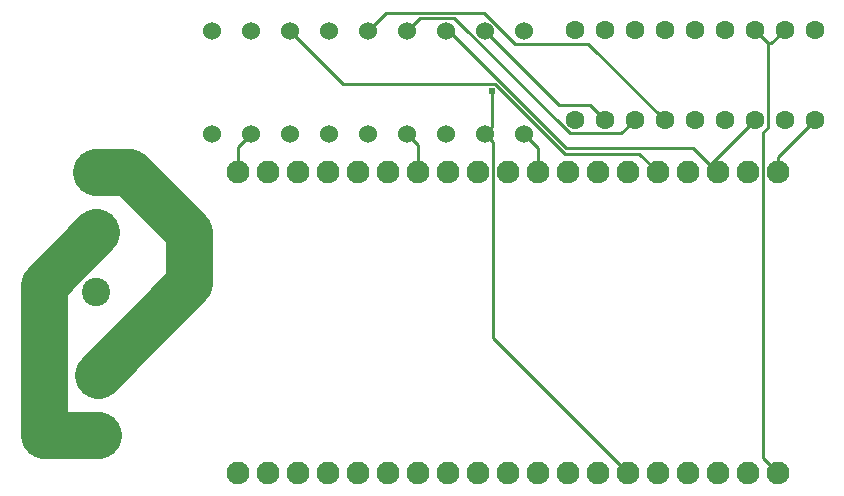
<source format=gbl>
G04 Layer: BottomLayer*
G04 EasyEDA v6.4.5, 2020-09-15T17:45:32--6:00*
G04 ee41db2f30d448a8b63ff783f68df95d,ded4796badf941d083ba3d0fd9e507c2,10*
G04 Gerber Generator version 0.2*
G04 Scale: 100 percent, Rotated: No, Reflected: No *
G04 Dimensions in millimeters *
G04 leading zeros omitted , absolute positions ,3 integer and 3 decimal *
%FSLAX33Y33*%
%MOMM*%
G90*
G71D02*

%ADD11C,0.259994*%
%ADD12C,0.610006*%
%ADD13C,1.599997*%
%ADD14C,1.930400*%
%ADD15C,1.524000*%
%ADD16C,2.399995*%
%ADD17C,3.999992*%

%LPD*%
G54D17*
G01X6985Y6223D02*
G01X2413Y6223D01*
G01X2413Y18923D01*
G01X6858Y23368D01*
G01X6985Y11303D02*
G01X14732Y19050D01*
G01X14732Y23368D01*
G01X9652Y28448D01*
G01X6858Y28448D01*
G54D11*
G01X43053Y31716D02*
G01X44244Y30525D01*
G01X44244Y28460D01*
G01X39751Y40419D02*
G01X46032Y34135D01*
G01X48668Y34135D01*
G01X49911Y32893D01*
G01X58831Y29113D02*
G01X62611Y32893D01*
G01X36449Y40419D02*
G01X36753Y40419D01*
G01X46621Y30551D01*
G01X57393Y30551D01*
G01X58831Y29113D01*
G01X58831Y29113D02*
G01X59484Y28460D01*
G01X52451Y32893D02*
G01X51305Y31747D01*
G01X46929Y31747D01*
G01X37139Y41536D01*
G01X34267Y41536D01*
G01X33147Y40419D01*
G01X29845Y40419D02*
G01X31386Y41960D01*
G01X39700Y41960D01*
G01X42296Y39362D01*
G01X48521Y39362D01*
G01X54991Y32893D01*
G01X23241Y40419D02*
G01X27736Y35920D01*
G01X40652Y35920D01*
G01X46527Y30048D01*
G01X52816Y30048D01*
G01X54404Y28460D01*
G01X64564Y28460D02*
G01X64564Y29766D01*
G01X67691Y32893D01*
G01X63741Y39382D02*
G01X64020Y39382D01*
G01X65151Y40513D01*
G01X64564Y3017D02*
G01X63294Y4287D01*
G01X63294Y31813D01*
G01X63741Y32260D01*
G01X63741Y39382D01*
G01X63741Y39382D02*
G01X62611Y40513D01*
G01X33147Y31716D02*
G01X34084Y30779D01*
G01X34084Y28460D01*
G01X19939Y31716D02*
G01X18844Y30622D01*
G01X18844Y28460D01*
G01X40406Y35323D02*
G01X40406Y32372D01*
G01X39751Y31716D01*
G01X51864Y3017D02*
G01X40434Y14447D01*
G01X40434Y31033D01*
G01X39751Y31716D01*
G54D13*
G01X47371Y32893D03*
G01X49911Y32893D03*
G01X62611Y32893D03*
G01X65151Y32893D03*
G01X52451Y32893D03*
G01X54991Y32893D03*
G01X60071Y32893D03*
G01X57531Y32893D03*
G01X67691Y32893D03*
G01X67691Y40513D03*
G01X65151Y40513D03*
G01X62611Y40513D03*
G01X60071Y40513D03*
G01X57531Y40513D03*
G01X54991Y40513D03*
G01X52451Y40513D03*
G01X49911Y40513D03*
G01X47371Y40513D03*
G54D14*
G01X18844Y3018D03*
G01X21384Y3018D03*
G01X23924Y3018D03*
G01X26464Y3018D03*
G01X29004Y3018D03*
G01X31544Y3018D03*
G01X34084Y3018D03*
G01X36624Y3018D03*
G01X39164Y3018D03*
G01X41704Y3018D03*
G01X44244Y3018D03*
G01X46784Y3018D03*
G01X49324Y3018D03*
G01X51864Y3018D03*
G01X54404Y3018D03*
G01X56944Y3018D03*
G01X59484Y3018D03*
G01X62024Y3018D03*
G01X64564Y3018D03*
G01X18844Y28461D03*
G01X21384Y28461D03*
G01X23924Y28461D03*
G01X26464Y28461D03*
G01X29004Y28461D03*
G01X31544Y28461D03*
G01X34084Y28461D03*
G01X36624Y28461D03*
G01X39164Y28461D03*
G01X41704Y28461D03*
G01X44244Y28461D03*
G01X46784Y28461D03*
G01X49324Y28461D03*
G01X51864Y28461D03*
G01X54404Y28461D03*
G01X56944Y28461D03*
G01X59484Y28461D03*
G01X62024Y28461D03*
G01X64564Y28461D03*
G54D15*
G01X43053Y40417D03*
G01X43053Y31717D03*
G01X39751Y31717D03*
G01X39751Y40418D03*
G01X33147Y31717D03*
G01X33147Y40418D03*
G01X29845Y31717D03*
G01X29845Y40418D03*
G01X23241Y31717D03*
G01X23241Y40418D03*
G01X19939Y31717D03*
G01X19939Y40418D03*
G01X36449Y31717D03*
G01X36449Y40418D03*
G01X26543Y31717D03*
G01X26543Y40418D03*
G01X16637Y31717D03*
G01X16637Y40418D03*
G54D16*
G01X6858Y28448D03*
G01X6858Y23368D03*
G01X6858Y18288D03*
G01X6985Y11303D03*
G01X6985Y6223D03*
G54D12*
G01X40406Y35323D03*
M00*
M02*

</source>
